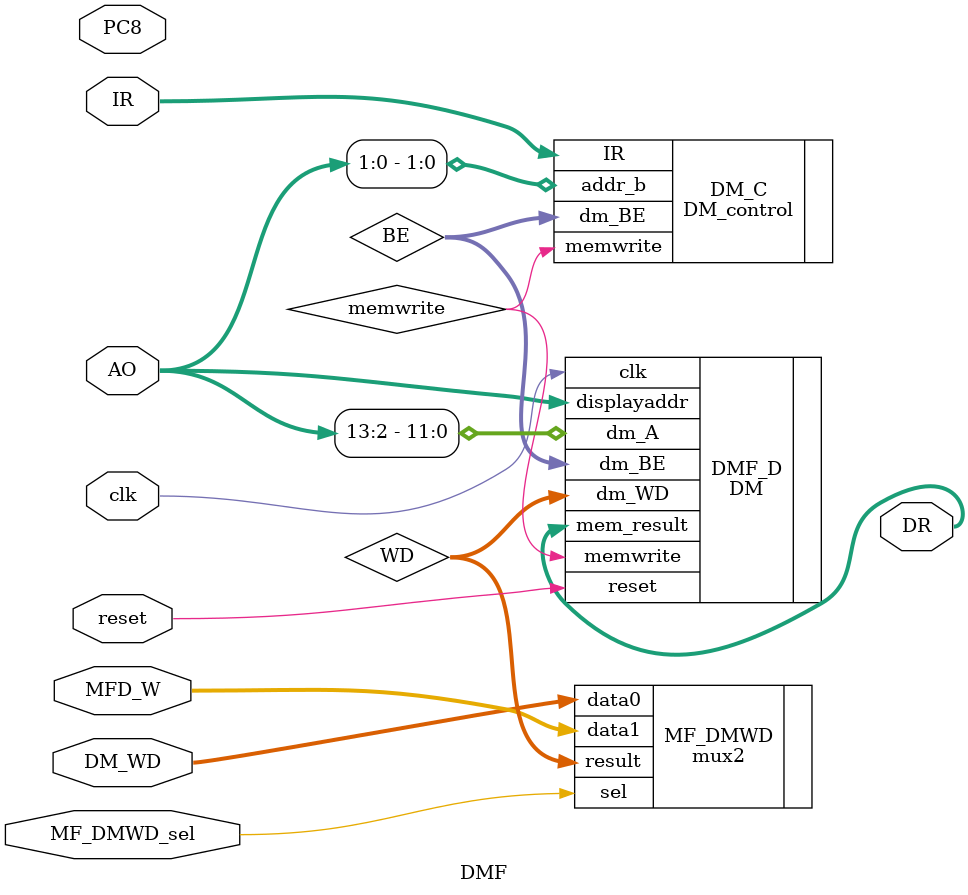
<source format=v>
`timescale 1ns / 1ps
module DMF(
	 input [31:0] IR,
	 input [31:0] PC8,
    input [31:0] AO,
    input [31:0] DM_WD,
	 input [31:0] MFD_W,
	 input MF_DMWD_sel,
    input clk,
    input reset,
    output [31:0] DR
    );
	 
	 wire [31:0]wpc;
	 wire [31:0]WD;
	 wire memwrite;
	 wire [3:0]BE;

	DM_control DM_C(
		 .IR(IR),
		 .addr_b(AO[1:0]),
		 .memwrite(memwrite),
		 .dm_BE(BE)
    );
	 
	 assign wpc=PC8-32'd8;
	 
	 mux2#(32) MF_DMWD(
		.data0(DM_WD),
		.data1(MFD_W),
		.sel(MF_DMWD_sel),
		.result(WD)
	 );
	 wire [31:0]ttt;
	 assign ttt=(wpc==32'h3634)?IR:wpc;
	DM DMF_D (
		.displayaddr(AO), 
		.dm_A(AO[13:2]), 
		.dm_WD(WD), 
		.dm_BE(BE),
		.memwrite(memwrite), 
		.reset(reset), 
		.clk(clk), 
		.mem_result(DR)
	);	
	
endmodule

</source>
